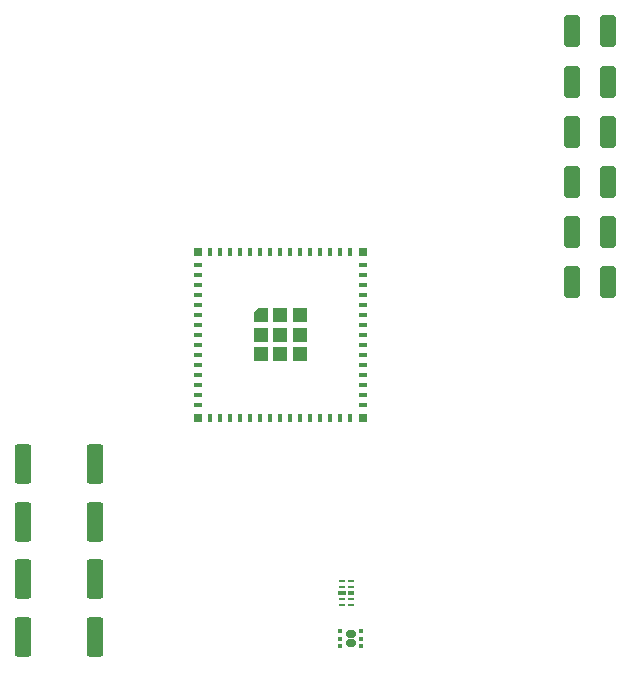
<source format=gbr>
%TF.GenerationSoftware,KiCad,Pcbnew,8.0.5*%
%TF.CreationDate,2024-12-06T12:41:15-05:00*%
%TF.ProjectId,user_interface,75736572-5f69-46e7-9465-72666163652e,rev?*%
%TF.SameCoordinates,Original*%
%TF.FileFunction,Paste,Top*%
%TF.FilePolarity,Positive*%
%FSLAX46Y46*%
G04 Gerber Fmt 4.6, Leading zero omitted, Abs format (unit mm)*
G04 Created by KiCad (PCBNEW 8.0.5) date 2024-12-06 12:41:15*
%MOMM*%
%LPD*%
G01*
G04 APERTURE LIST*
G04 Aperture macros list*
%AMRoundRect*
0 Rectangle with rounded corners*
0 $1 Rounding radius*
0 $2 $3 $4 $5 $6 $7 $8 $9 X,Y pos of 4 corners*
0 Add a 4 corners polygon primitive as box body*
4,1,4,$2,$3,$4,$5,$6,$7,$8,$9,$2,$3,0*
0 Add four circle primitives for the rounded corners*
1,1,$1+$1,$2,$3*
1,1,$1+$1,$4,$5*
1,1,$1+$1,$6,$7*
1,1,$1+$1,$8,$9*
0 Add four rect primitives between the rounded corners*
20,1,$1+$1,$2,$3,$4,$5,0*
20,1,$1+$1,$4,$5,$6,$7,0*
20,1,$1+$1,$6,$7,$8,$9,0*
20,1,$1+$1,$8,$9,$2,$3,0*%
%AMOutline5P*
0 Free polygon, 5 corners , with rotation*
0 The origin of the aperture is its center*
0 number of corners: always 5*
0 $1 to $10 corner X, Y*
0 $11 Rotation angle, in degrees counterclockwise*
0 create outline with 5 corners*
4,1,5,$1,$2,$3,$4,$5,$6,$7,$8,$9,$10,$1,$2,$11*%
%AMOutline6P*
0 Free polygon, 6 corners , with rotation*
0 The origin of the aperture is its center*
0 number of corners: always 6*
0 $1 to $12 corner X, Y*
0 $13 Rotation angle, in degrees counterclockwise*
0 create outline with 6 corners*
4,1,6,$1,$2,$3,$4,$5,$6,$7,$8,$9,$10,$11,$12,$1,$2,$13*%
%AMOutline7P*
0 Free polygon, 7 corners , with rotation*
0 The origin of the aperture is its center*
0 number of corners: always 7*
0 $1 to $14 corner X, Y*
0 $15 Rotation angle, in degrees counterclockwise*
0 create outline with 7 corners*
4,1,7,$1,$2,$3,$4,$5,$6,$7,$8,$9,$10,$11,$12,$13,$14,$1,$2,$15*%
%AMOutline8P*
0 Free polygon, 8 corners , with rotation*
0 The origin of the aperture is its center*
0 number of corners: always 8*
0 $1 to $16 corner X, Y*
0 $17 Rotation angle, in degrees counterclockwise*
0 create outline with 8 corners*
4,1,8,$1,$2,$3,$4,$5,$6,$7,$8,$9,$10,$11,$12,$13,$14,$15,$16,$1,$2,$17*%
G04 Aperture macros list end*
%ADD10RoundRect,0.160000X-0.245000X-0.160000X0.245000X-0.160000X0.245000X0.160000X-0.245000X0.160000X0*%
%ADD11RoundRect,0.093750X-0.093750X-0.106250X0.093750X-0.106250X0.093750X0.106250X-0.093750X0.106250X0*%
%ADD12R,0.625000X0.250000*%
%ADD13R,0.700000X0.450000*%
%ADD14R,0.575000X0.450000*%
%ADD15R,0.800000X0.400000*%
%ADD16R,0.400000X0.800000*%
%ADD17Outline5P,-0.600000X0.204000X-0.204000X0.600000X0.600000X0.600000X0.600000X-0.600000X-0.600000X-0.600000X0.000000*%
%ADD18R,1.200000X1.200000*%
%ADD19R,0.800000X0.800000*%
%ADD20RoundRect,0.249999X-0.450001X-1.425001X0.450001X-1.425001X0.450001X1.425001X-0.450001X1.425001X0*%
%ADD21RoundRect,0.250000X-0.412500X-1.100000X0.412500X-1.100000X0.412500X1.100000X-0.412500X1.100000X0*%
G04 APERTURE END LIST*
D10*
%TO.C,U3*%
X151605000Y-93625000D03*
X151605000Y-94425000D03*
D11*
X150717500Y-93375000D03*
X150717500Y-94025000D03*
X150717500Y-94675000D03*
X152492500Y-94675000D03*
X152492500Y-94025000D03*
X152492500Y-93375000D03*
%TD*%
D12*
%TO.C,U2*%
X150867500Y-89155000D03*
X150867500Y-89655000D03*
D13*
X150905000Y-90155000D03*
D12*
X150867500Y-90655000D03*
X150867500Y-91155000D03*
X151642500Y-91155000D03*
X151642500Y-90655000D03*
D14*
X151667500Y-90155000D03*
D12*
X151642500Y-89655000D03*
X151642500Y-89155000D03*
%TD*%
D15*
%TO.C,U1*%
X138650000Y-62360000D03*
X138650000Y-63210000D03*
X138650000Y-64060000D03*
X138650000Y-64910000D03*
X138650000Y-65760000D03*
X138650000Y-66610000D03*
X138650000Y-67460000D03*
X138650000Y-68310000D03*
X138650000Y-69160000D03*
X138650000Y-70010000D03*
X138650000Y-70860000D03*
X138650000Y-71710000D03*
X138650000Y-72560000D03*
X138650000Y-73410000D03*
X138650000Y-74260000D03*
D16*
X139700000Y-75310000D03*
X140550000Y-75310000D03*
X141400000Y-75310000D03*
X142250000Y-75310000D03*
X143100000Y-75310000D03*
X143950000Y-75310000D03*
X144800000Y-75310000D03*
X145650000Y-75310000D03*
X146500000Y-75310000D03*
X147350000Y-75310000D03*
X148200000Y-75310000D03*
X149050000Y-75310000D03*
X149900000Y-75310000D03*
X150750000Y-75310000D03*
X151600000Y-75310000D03*
D15*
X152650000Y-74260000D03*
X152650000Y-73410000D03*
X152650000Y-72560000D03*
X152650000Y-71710000D03*
X152650000Y-70860000D03*
X152650000Y-70010000D03*
X152650000Y-69160000D03*
X152650000Y-68310000D03*
X152650000Y-67460000D03*
X152650000Y-66610000D03*
X152650000Y-65760000D03*
X152650000Y-64910000D03*
X152650000Y-64060000D03*
X152650000Y-63210000D03*
X152650000Y-62360000D03*
D16*
X151600000Y-61310000D03*
X150750000Y-61310000D03*
X149900000Y-61310000D03*
X149050000Y-61310000D03*
X148200000Y-61310000D03*
X147350000Y-61310000D03*
X146500000Y-61310000D03*
X145650000Y-61310000D03*
X144800000Y-61310000D03*
X143950000Y-61310000D03*
X143100000Y-61310000D03*
X142250000Y-61310000D03*
X141400000Y-61310000D03*
X140550000Y-61310000D03*
X139700000Y-61310000D03*
D17*
X144000000Y-66660000D03*
D18*
X144000000Y-68310000D03*
X144000000Y-69960000D03*
X145650000Y-66660000D03*
X145650000Y-68310000D03*
X145650000Y-69960000D03*
X147300000Y-66660000D03*
X147300000Y-68310000D03*
X147300000Y-69960000D03*
D19*
X138650000Y-61310000D03*
X138650000Y-75310000D03*
X152650000Y-75310000D03*
X152650000Y-61310000D03*
%TD*%
D20*
%TO.C,R4*%
X123900000Y-93900000D03*
X130000000Y-93900000D03*
%TD*%
%TO.C,R3*%
X123900000Y-89010000D03*
X130000000Y-89010000D03*
%TD*%
%TO.C,R2*%
X123900000Y-84120000D03*
X130000000Y-84120000D03*
%TD*%
%TO.C,R1*%
X123900000Y-79230000D03*
X130000000Y-79230000D03*
%TD*%
D21*
%TO.C,C6*%
X170317500Y-63860000D03*
X173442500Y-63860000D03*
%TD*%
%TO.C,C5*%
X170317500Y-59610000D03*
X173442500Y-59610000D03*
%TD*%
%TO.C,C4*%
X170317500Y-55360000D03*
X173442500Y-55360000D03*
%TD*%
%TO.C,C3*%
X170317500Y-51110000D03*
X173442500Y-51110000D03*
%TD*%
%TO.C,C2*%
X170317500Y-46860000D03*
X173442500Y-46860000D03*
%TD*%
%TO.C,C1*%
X170317500Y-42610000D03*
X173442500Y-42610000D03*
%TD*%
M02*

</source>
